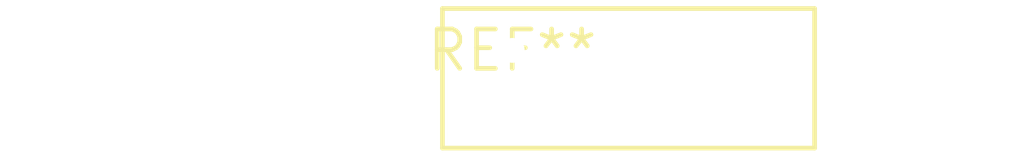
<source format=kicad_pcb>
(kicad_pcb (version 20240108) (generator pcbnew)
  (layers (0 "F.Cu" signal) (31 "B.Cu" signal) (34 "B.Paste" user) (35 "F.Paste" user) (36 "B.SilkS" user "B.Silkscreen") (37 "F.SilkS" user "F.Silkscreen") (38 "B.Mask" user) (39 "F.Mask" user) (44 "Edge.Cuts" user))
  (net 0 "")
  (footprint "RV_Disc_D12mm_W4.5mm_P7.5mm" (layer "F.Cu") (at 0 0)
    (property "Reference" "REF**")
    (property "Value" "RV_Disc_D12mm_W4.5mm_P7.5mm")
    (fp_line (start -2.25 -1.35) (end -2.25 3.15) (layer "F.SilkS") (stroke (width 0.15)))
    (fp_line (start -2.25 -1.35) (end 9.75 -1.35) (layer "F.SilkS") (stroke (width 0.15)))
    (fp_line (start -2.25 3.15) (end 9.75 3.15) (layer "F.SilkS") (stroke (width 0.15)))
    (fp_line (start 9.75 -1.35) (end 9.75 3.15) (layer "F.SilkS") (stroke (width 0.15)))
    (pad "1" thru_hole circle (at 0 0) (size 1.8 1.8) (drill 0.8) (layers *.Cu *.Mask) (remove_unused_layers))
    (pad "2" thru_hole circle (at 7.5 1.8) (size 1.8 1.8) (drill 0.8) (layers *.Cu *.Mask) (remove_unused_layers))
  )
)
</source>
